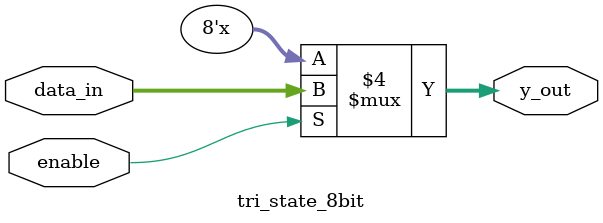
<source format=v>
`timescale 1ns / 1ps


module tri_state_8bit #(parameter DATA_WIDTH=8)(

input [DATA_WIDTH-1:0] data_in,
input enable,
output reg [DATA_WIDTH-1:0]y_out
);

always@(data_in, enable)
begin
if (enable==1)
     y_out=data_in;
     else
    y_out='bZ;
end
endmodule


</source>
